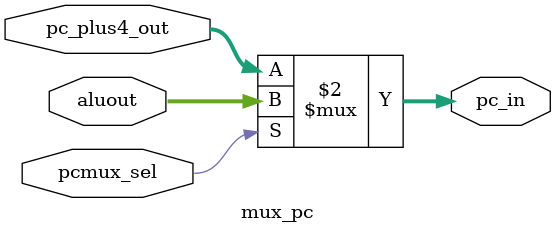
<source format=v>
module mux_pc(pc_in, aluout, pc_plus4_out, pcmux_sel);
parameter datalength=32;
output reg  [datalength-1:0]pc_in;
input     [datalength-1:0]aluout,pc_plus4_out;
input      pcmux_sel;
always@(pcmux_sel,aluout,pc_plus4_out) begin
  pc_in = (pcmux_sel)?aluout:pc_plus4_out;
  end
endmodule


</source>
